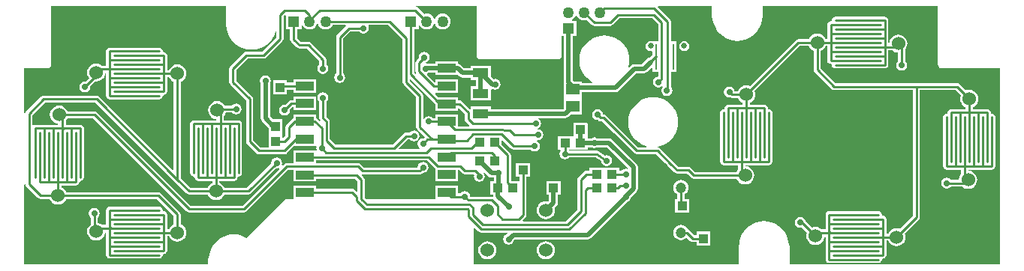
<source format=gtl>
%FSLAX25Y25*%
%MOIN*%
G70*
G01*
G75*
G04 Layer_Physical_Order=1*
G04 Layer_Color=255*
%ADD10C,0.05000*%
%ADD11R,0.03937X0.04331*%
%ADD12R,0.04331X0.03937*%
%ADD13R,0.07874X0.03937*%
%ADD14R,0.00984X0.11811*%
%ADD15R,0.07480X0.07480*%
%ADD16R,0.06890X0.04331*%
%ADD17R,0.06890X0.04331*%
%ADD18R,0.06890X0.13583*%
%ADD19R,0.05906X0.05118*%
%ADD20C,0.06000*%
%ADD21C,0.01969*%
%ADD22C,0.01000*%
%ADD23C,0.01181*%
%ADD24R,0.05000X0.04724*%
%ADD25C,0.02500*%
%ADD26R,0.05000X0.05000*%
%ADD27C,0.04724*%
%ADD28C,0.02756*%
G36*
X232500Y348684D02*
Y342500D01*
X234471D01*
Y338000D01*
X234471Y338000D01*
X234471D01*
X234587Y337415D01*
X234919Y336919D01*
X237419Y334419D01*
X237915Y334087D01*
X238012Y334068D01*
X238500Y333971D01*
X241866D01*
X247471Y328366D01*
Y326838D01*
X247286Y326714D01*
X246760Y325928D01*
X246575Y325000D01*
X246760Y324072D01*
X247286Y323286D01*
X248072Y322760D01*
X249000Y322575D01*
X249928Y322760D01*
X250714Y323286D01*
X251240Y324072D01*
X251425Y325000D01*
X251240Y325928D01*
X250714Y326714D01*
X250529Y326838D01*
Y329000D01*
X250413Y329585D01*
X250081Y330081D01*
X243581Y336581D01*
X243085Y336913D01*
X242500Y337029D01*
X239134D01*
X237529Y338633D01*
Y342500D01*
X239500D01*
Y344231D01*
X239990Y344329D01*
X240029Y344235D01*
X240590Y343504D01*
X241321Y342943D01*
X242173Y342590D01*
X243087Y342470D01*
X244000Y342590D01*
X244852Y342943D01*
X245583Y343504D01*
X246144Y344235D01*
X246380Y344805D01*
X246880D01*
X247116Y344235D01*
X247677Y343504D01*
X248408Y342943D01*
X249259Y342590D01*
X250173Y342470D01*
X251087Y342590D01*
X251938Y342943D01*
X252670Y343504D01*
X253231Y344235D01*
X253328Y344471D01*
X259154D01*
X259346Y344009D01*
X255419Y340081D01*
X255087Y339585D01*
X254971Y339000D01*
Y322838D01*
X254786Y322714D01*
X254260Y321928D01*
X254076Y321000D01*
X254260Y320072D01*
X254786Y319286D01*
X255572Y318760D01*
X256500Y318576D01*
X257428Y318760D01*
X258214Y319286D01*
X258740Y320072D01*
X258925Y321000D01*
X258740Y321928D01*
X258214Y322714D01*
X258029Y322838D01*
Y338367D01*
X261134Y341471D01*
X265162D01*
X265286Y341286D01*
X266072Y340760D01*
X267000Y340576D01*
X267928Y340760D01*
X268714Y341286D01*
X269240Y342072D01*
X269425Y343000D01*
X269240Y343928D01*
X269172Y344030D01*
X269408Y344471D01*
X277867D01*
X284471Y337866D01*
Y319000D01*
X284471Y319000D01*
X284471D01*
X284587Y318415D01*
X284919Y317919D01*
X290471Y312367D01*
Y299000D01*
X290471Y299000D01*
X290471D01*
X290587Y298415D01*
X290919Y297919D01*
X294310Y294527D01*
X294304Y294467D01*
X293718Y293881D01*
X293500Y293924D01*
X292572Y293740D01*
X291786Y293214D01*
X291260Y292428D01*
X291075Y291500D01*
X291260Y290572D01*
X291786Y289786D01*
X292007Y289638D01*
X291862Y289159D01*
X282976D01*
X282784Y289621D01*
X286633Y293471D01*
X287662D01*
X287786Y293286D01*
X288572Y292760D01*
X289500Y292576D01*
X290428Y292760D01*
X291214Y293286D01*
X291740Y294072D01*
X291925Y295000D01*
X291740Y295928D01*
X291214Y296714D01*
X290428Y297240D01*
X289500Y297425D01*
X288572Y297240D01*
X287786Y296714D01*
X287662Y296529D01*
X286000D01*
X285415Y296413D01*
X284919Y296081D01*
X279996Y291159D01*
X254503D01*
X252538Y293125D01*
X252029Y293634D01*
Y301500D01*
X251913Y302085D01*
X251581Y302581D01*
X250529Y303633D01*
Y310162D01*
X250714Y310286D01*
X251240Y311072D01*
X251425Y312000D01*
X251240Y312928D01*
X251192Y313000D01*
X250714Y313714D01*
Y313714D01*
X249928Y314240D01*
X249000Y314424D01*
X248072Y314240D01*
X247286Y313714D01*
X246760Y312928D01*
X246575Y312000D01*
X246760Y311072D01*
X247286Y310286D01*
X247471Y310162D01*
Y303000D01*
X247587Y302415D01*
X247859Y302007D01*
X247473Y301690D01*
X246546Y302617D01*
X246050Y302948D01*
X245945Y302969D01*
Y304504D01*
X236071D01*
Y302972D01*
X235950Y302948D01*
X235454Y302617D01*
X232919Y300081D01*
X232587Y299585D01*
X232471Y299000D01*
Y295133D01*
X231520Y294183D01*
X230968D01*
Y295819D01*
D01*
Y295819D01*
X230968Y295819D01*
Y296181D01*
X230968D01*
Y302512D01*
X226849D01*
X225523Y303838D01*
Y318248D01*
X225740Y318572D01*
X225924Y319500D01*
X225740Y320428D01*
X225214Y321214D01*
X224428Y321740D01*
X223500Y321924D01*
X222572Y321740D01*
X221786Y321214D01*
X221260Y320428D01*
X221076Y319500D01*
X221260Y318572D01*
X221477Y318248D01*
Y303000D01*
X221631Y302226D01*
X222069Y301569D01*
X225031Y298607D01*
Y296181D01*
X225031Y296181D01*
X225031Y295819D01*
X225031D01*
Y289955D01*
X221208D01*
X218029Y293133D01*
Y311500D01*
X217913Y312085D01*
X217581Y312581D01*
X210529Y319634D01*
Y324366D01*
X215634Y329471D01*
X222658D01*
X223244Y329587D01*
X223740Y329919D01*
X231081Y337260D01*
X231413Y337756D01*
X231529Y338342D01*
Y348366D01*
X232038Y348875D01*
X232500Y348684D01*
D02*
G37*
G36*
X299063Y309221D02*
Y306362D01*
X308937D01*
Y307247D01*
X309399Y307438D01*
X311971Y304867D01*
Y302500D01*
X312087Y301915D01*
X312419Y301419D01*
X314126Y299711D01*
X313935Y299249D01*
X308937D01*
Y304386D01*
X299063D01*
Y302947D01*
X297921D01*
X297797Y303132D01*
X297010Y303657D01*
X296083Y303842D01*
X295155Y303657D01*
X294368Y303132D01*
X294008Y302592D01*
X293529Y302738D01*
Y313000D01*
X293413Y313585D01*
X293081Y314081D01*
X287529Y319634D01*
Y320102D01*
X287991Y320293D01*
X299063Y309221D01*
D02*
G37*
G36*
X205951Y344488D02*
X206067Y343903D01*
X206326Y343516D01*
X206386Y342756D01*
X206791Y341066D01*
X207456Y339461D01*
X208364Y337979D01*
X209493Y336658D01*
X210814Y335529D01*
X212296Y334622D01*
X213901Y333957D01*
X215591Y333551D01*
X217323Y333415D01*
X219055Y333551D01*
X220745Y333957D01*
X222350Y334622D01*
X223832Y335529D01*
X225153Y336658D01*
X226281Y337979D01*
X227189Y339461D01*
X227854Y341066D01*
X227974Y341565D01*
X228471Y341506D01*
Y338975D01*
X222025Y332529D01*
X215000D01*
X214415Y332413D01*
X213919Y332081D01*
X207919Y326081D01*
X207587Y325585D01*
X207471Y325000D01*
Y319000D01*
X207471Y319000D01*
X207471D01*
X207587Y318415D01*
X207919Y317919D01*
X214971Y310866D01*
Y292500D01*
X214971Y292500D01*
X214971D01*
X215087Y291915D01*
X215419Y291419D01*
X219493Y287344D01*
X219989Y287012D01*
X220575Y286896D01*
X231925D01*
X232510Y287012D01*
X233007Y287344D01*
X236120Y290457D01*
X245872D01*
X246189Y290070D01*
X246076Y289500D01*
X246178Y288985D01*
X245861Y288598D01*
X236071D01*
Y283029D01*
X233000D01*
X232415Y282913D01*
X231919Y282581D01*
X231183Y281846D01*
X230742Y282081D01*
X230925Y283000D01*
X230740Y283928D01*
X230214Y284714D01*
X229428Y285240D01*
X228500Y285424D01*
X227572Y285240D01*
X226786Y284714D01*
X226260Y283928D01*
X226076Y283000D01*
X226119Y282782D01*
X215367Y272029D01*
X205271D01*
X205069Y272517D01*
X204428Y273353D01*
X203592Y273994D01*
X203104Y274196D01*
Y274971D01*
X209575D01*
X210160Y275087D01*
X210656Y275419D01*
X210988Y275915D01*
X211104Y276500D01*
Y276670D01*
X211491Y276987D01*
X211575Y276971D01*
X212160Y277087D01*
X212656Y277419D01*
X212988Y277915D01*
X213104Y278500D01*
Y300500D01*
X212988Y301085D01*
X212656Y301581D01*
X212160Y301913D01*
X211575Y302029D01*
X205104D01*
Y303877D01*
X205569Y304483D01*
X205972Y305456D01*
X205974Y305471D01*
X208662D01*
X208786Y305286D01*
X209572Y304760D01*
X210500Y304575D01*
X211428Y304760D01*
X212214Y305286D01*
X212740Y306072D01*
X212925Y307000D01*
X212740Y307928D01*
X212214Y308714D01*
X211428Y309240D01*
X210500Y309424D01*
X209572Y309240D01*
X208786Y308714D01*
X208662Y308529D01*
X205559D01*
X204928Y309353D01*
X204092Y309994D01*
X203119Y310397D01*
X202075Y310535D01*
X201031Y310397D01*
X200058Y309994D01*
X199222Y309353D01*
X198581Y308517D01*
X198178Y307544D01*
X198040Y306500D01*
X198178Y305456D01*
X198581Y304483D01*
X199222Y303647D01*
X200058Y303006D01*
X201031Y302603D01*
X201597Y302528D01*
X201565Y302029D01*
X191575D01*
X190989Y301913D01*
X190493Y301581D01*
X190162Y301085D01*
X190045Y300500D01*
Y278500D01*
X190162Y277915D01*
X190493Y277419D01*
X190989Y277087D01*
X191575Y276971D01*
X191659Y276987D01*
X192045Y276670D01*
D01*
X192045Y276500D01*
X192045Y276500D01*
X192045D01*
X192162Y275915D01*
X192493Y275419D01*
X192990Y275087D01*
X193575Y274971D01*
X200045D01*
Y274196D01*
X199557Y273994D01*
X198722Y273353D01*
X198081Y272517D01*
X197879Y272029D01*
X190134D01*
X185880Y276283D01*
Y319139D01*
X186368Y319341D01*
X187203Y319982D01*
X187844Y320817D01*
X188247Y321790D01*
X188385Y322835D01*
X188247Y323879D01*
X187844Y324852D01*
X187203Y325687D01*
X186368Y326329D01*
X185395Y326732D01*
X184350Y326869D01*
X183306Y326732D01*
X182333Y326329D01*
X181498Y325687D01*
X180856Y324852D01*
X180654Y324364D01*
X179880D01*
Y326835D01*
Y330835D01*
X179763Y331420D01*
X179432Y331916D01*
X178936Y332248D01*
X178350Y332364D01*
X178180D01*
X177863Y332751D01*
X177880Y332835D01*
X177763Y333420D01*
X177432Y333916D01*
X176936Y334248D01*
X176350Y334364D01*
X154350D01*
X153765Y334248D01*
X153269Y333916D01*
X152937Y333420D01*
X152821Y332835D01*
Y328835D01*
Y326364D01*
X150973D01*
X150368Y326829D01*
X149395Y327232D01*
X148350Y327369D01*
X147306Y327232D01*
X146333Y326829D01*
X145498Y326187D01*
X144856Y325352D01*
X144453Y324379D01*
X144316Y323335D01*
X144453Y322290D01*
X144856Y321317D01*
X145203Y320866D01*
X143553Y319216D01*
X143335Y319259D01*
X142407Y319075D01*
X141620Y318549D01*
X141095Y317762D01*
X140910Y316835D01*
X141095Y315907D01*
X141620Y315120D01*
X142407Y314595D01*
X143335Y314410D01*
X144262Y314595D01*
X145049Y315120D01*
X145575Y315907D01*
X145759Y316835D01*
X145716Y317053D01*
X148008Y319345D01*
X148350Y319300D01*
X149395Y319438D01*
X150368Y319841D01*
X151203Y320482D01*
X151844Y321317D01*
X152247Y322290D01*
X152319Y322835D01*
X152668D01*
X152821Y322825D01*
Y317835D01*
Y316835D01*
Y312835D01*
X152821Y312835D01*
X152821D01*
X152937Y312249D01*
X153269Y311753D01*
X153765Y311422D01*
X154350Y311305D01*
X176350D01*
X176936Y311422D01*
X177432Y311753D01*
X177763Y312249D01*
X177880Y312835D01*
X177863Y312919D01*
X178180Y313305D01*
X178350D01*
X178936Y313422D01*
X179432Y313753D01*
X179763Y314249D01*
X179880Y314835D01*
Y318835D01*
Y321305D01*
X180654D01*
X180856Y320817D01*
X181498Y319982D01*
X182333Y319341D01*
X182821Y319139D01*
Y279995D01*
X182359Y279804D01*
X149581Y312581D01*
X149085Y312913D01*
X148500Y313029D01*
X125000D01*
X124415Y312913D01*
X123919Y312581D01*
X117419Y306081D01*
X117087Y305585D01*
X116988Y305085D01*
X116490Y305135D01*
Y325242D01*
X126772D01*
X127357Y325359D01*
X127853Y325690D01*
X128185Y326186D01*
X128301Y326772D01*
Y352801D01*
X205951D01*
Y344488D01*
D02*
G37*
G36*
X183269Y274568D02*
X188419Y269419D01*
X188419Y269419D01*
X188915Y269087D01*
X189500Y268971D01*
X197879D01*
X198081Y268483D01*
X198722Y267647D01*
X199557Y267006D01*
X200531Y266603D01*
X201575Y266465D01*
X202619Y266603D01*
X203592Y267006D01*
X204428Y267647D01*
X205069Y268483D01*
X205271Y268971D01*
X216000D01*
X216585Y269087D01*
X217081Y269419D01*
X228282Y280619D01*
X228500Y280575D01*
X229419Y280758D01*
X229654Y280317D01*
X213367Y264029D01*
X190134D01*
X187163Y267000D01*
X148581Y305581D01*
X148085Y305913D01*
X147500Y306029D01*
X135547D01*
X135344Y306517D01*
X134703Y307353D01*
X133868Y307994D01*
X132895Y308397D01*
X131850Y308535D01*
X130806Y308397D01*
X129833Y307994D01*
X128998Y307353D01*
X128356Y306517D01*
X127953Y305544D01*
X127816Y304500D01*
X127953Y303456D01*
X128356Y302483D01*
X128998Y301647D01*
X129833Y301006D01*
X130806Y300603D01*
X131373Y300528D01*
X131340Y300029D01*
X121350D01*
X120765Y299913D01*
X120470Y299716D01*
X120029Y299952D01*
Y304366D01*
X125634Y309971D01*
X147866D01*
X183269Y274568D01*
D02*
G37*
G36*
X188419Y261419D02*
X188915Y261087D01*
X189500Y260971D01*
X214000D01*
X214585Y261087D01*
X215081Y261419D01*
X221125Y267462D01*
X233633Y279971D01*
X236071D01*
Y274709D01*
X245945D01*
Y275971D01*
X263367D01*
X264471Y274867D01*
Y270346D01*
X264009Y270154D01*
X263081Y271081D01*
X262585Y271413D01*
X262000Y271529D01*
X245945D01*
Y272850D01*
X236071D01*
Y267000D01*
X232500D01*
X215126Y249626D01*
X214476Y250024D01*
X212871Y250689D01*
X211181Y251095D01*
X209449Y251231D01*
X207716Y251095D01*
X206027Y250689D01*
X204422Y250024D01*
X202940Y249116D01*
X201619Y247988D01*
X200490Y246666D01*
X199582Y245185D01*
X198917Y243579D01*
X198512Y241890D01*
X198452Y241129D01*
X198193Y240743D01*
X198077Y240157D01*
Y237750D01*
X116490D01*
Y273365D01*
X116988Y273414D01*
X117087Y272915D01*
X117419Y272419D01*
X122419Y267419D01*
X122915Y267087D01*
X123500Y266971D01*
X127654D01*
X127856Y266483D01*
X128498Y265647D01*
X129333Y265006D01*
X130306Y264603D01*
X131350Y264465D01*
X132395Y264603D01*
X133368Y265006D01*
X134203Y265647D01*
X134844Y266483D01*
X135047Y266971D01*
X175366D01*
X182821Y259516D01*
Y255665D01*
X182333Y255463D01*
X181498Y254821D01*
X180856Y253986D01*
X180654Y253498D01*
X179880D01*
Y255969D01*
X179880Y255969D01*
X179880Y255969D01*
Y255969D01*
Y259969D01*
X179763Y260554D01*
X179432Y261050D01*
X178936Y261382D01*
X178350Y261498D01*
X178180D01*
X177863Y261884D01*
X177880Y261969D01*
X177763Y262554D01*
X177432Y263050D01*
X176936Y263382D01*
X176350Y263498D01*
X154350D01*
X153765Y263382D01*
X153269Y263050D01*
X152937Y262554D01*
X152821Y261969D01*
Y257969D01*
X152821Y257969D01*
X152821D01*
Y255498D01*
X150973D01*
X150368Y255963D01*
X149395Y256366D01*
X149029Y256414D01*
Y258662D01*
X149214Y258786D01*
X149740Y259572D01*
X149925Y260500D01*
X149740Y261428D01*
X149214Y262214D01*
X148428Y262740D01*
X147500Y262925D01*
X146572Y262740D01*
X145786Y262214D01*
X145260Y261428D01*
X145076Y260500D01*
X145260Y259572D01*
X145786Y258786D01*
X145971Y258662D01*
Y255684D01*
X145498Y255321D01*
X144856Y254486D01*
X144453Y253513D01*
X144316Y252469D01*
X144453Y251424D01*
X144856Y250451D01*
X145498Y249616D01*
X146333Y248975D01*
X147306Y248571D01*
X148350Y248434D01*
X149395Y248571D01*
X150368Y248975D01*
X151203Y249616D01*
X151844Y250451D01*
X152247Y251424D01*
X152319Y251969D01*
X152668D01*
X152821Y251959D01*
Y246969D01*
Y245969D01*
Y241969D01*
X152937Y241383D01*
X153269Y240887D01*
X153765Y240556D01*
X154350Y240439D01*
X176350D01*
X176936Y240556D01*
X177432Y240887D01*
X177763Y241383D01*
X177880Y241969D01*
X177863Y242053D01*
X178180Y242439D01*
X178350D01*
X178936Y242556D01*
X179432Y242887D01*
X179763Y243383D01*
X179880Y243969D01*
Y247969D01*
Y250439D01*
X180654D01*
X180856Y249951D01*
X181498Y249116D01*
X182333Y248475D01*
X183306Y248072D01*
X184350Y247934D01*
X185395Y248072D01*
X186368Y248475D01*
X187203Y249116D01*
X187844Y249951D01*
X188247Y250924D01*
X188385Y251969D01*
X188247Y253013D01*
X187844Y253986D01*
X187203Y254821D01*
X186368Y255463D01*
X185880Y255665D01*
Y260150D01*
X185783Y260638D01*
X185763Y260735D01*
X185432Y261231D01*
X179631Y267032D01*
X177081Y269581D01*
X176585Y269913D01*
X176000Y270029D01*
X135047D01*
X134844Y270517D01*
X134203Y271353D01*
X133368Y271994D01*
X132880Y272196D01*
Y272971D01*
X139350D01*
X139936Y273087D01*
X140432Y273419D01*
X140763Y273915D01*
X140880Y274500D01*
Y274670D01*
X141266Y274987D01*
X141350Y274971D01*
X141936Y275087D01*
X142432Y275419D01*
X142763Y275915D01*
X142880Y276500D01*
Y298500D01*
X142763Y299085D01*
X142432Y299581D01*
X141936Y299913D01*
X141350Y300029D01*
X134880D01*
Y301877D01*
X135344Y302483D01*
X135547Y302971D01*
X146867D01*
X188419Y261419D01*
D02*
G37*
G36*
X298919Y280419D02*
X299063Y280322D01*
Y274787D01*
X308937D01*
Y279747D01*
X309399Y279938D01*
X310919Y278419D01*
X310919D01*
X310919Y278419D01*
X310919Y278418D01*
Y278419D01*
X311415Y278087D01*
X312000Y277971D01*
X315866D01*
X316202Y277635D01*
X316075Y277000D01*
X316260Y276072D01*
X316786Y275286D01*
X317572Y274760D01*
X318500Y274575D01*
X319428Y274760D01*
X320214Y275286D01*
X320740Y276072D01*
X320924Y277000D01*
X320740Y277928D01*
X320390Y278451D01*
X320777Y278769D01*
X322476Y277069D01*
X322476D01*
X322476Y277069D01*
X322476Y277069D01*
Y277069D01*
X323132Y276631D01*
X323906Y276477D01*
X324977D01*
Y274969D01*
X323488D01*
Y269032D01*
X324630D01*
Y268346D01*
X324634Y268327D01*
X324281Y267973D01*
X324000Y268029D01*
X314419D01*
X314240Y268928D01*
X313714Y269714D01*
X312928Y270240D01*
X312000Y270425D01*
X311072Y270240D01*
X310286Y269714D01*
X310162Y269529D01*
X308937D01*
Y272969D01*
X299063D01*
Y267032D01*
D01*
Y267032D01*
X299031Y267000D01*
X268163D01*
X267529Y267634D01*
Y275500D01*
X267413Y276085D01*
X267081Y276581D01*
X266228Y277435D01*
X266463Y277876D01*
X266627Y277844D01*
X291873D01*
X292458Y277960D01*
X292954Y278292D01*
X292954Y278292D01*
X292954Y278292D01*
X293282Y278619D01*
X293500Y278575D01*
X294428Y278760D01*
X295214Y279286D01*
X295740Y280072D01*
X295924Y281000D01*
X295740Y281928D01*
X295214Y282714D01*
X294428Y283240D01*
X293500Y283424D01*
X292572Y283240D01*
X291786Y282714D01*
X291260Y281928D01*
X291075Y281000D01*
X290995Y280902D01*
X267261D01*
X265581Y282581D01*
X265085Y282913D01*
X264500Y283029D01*
X245945D01*
Y284101D01*
X295236D01*
X298919Y280419D01*
D02*
G37*
G36*
X361943Y348235D02*
X362504Y347504D01*
X363235Y346943D01*
X364086Y346590D01*
X365000Y346470D01*
X365914Y346590D01*
X366149Y346688D01*
X368419Y344419D01*
X368915Y344087D01*
X369500Y343971D01*
X376500D01*
X377085Y344087D01*
X377581Y344419D01*
X377581Y344419D01*
X377581Y344419D01*
X380633Y347471D01*
X395367D01*
X397912Y344925D01*
Y337221D01*
X395390D01*
Y337221D01*
X395362Y337197D01*
X394520Y337365D01*
X393642Y337190D01*
X392898Y336693D01*
X392400Y335949D01*
X392226Y335071D01*
X392400Y334193D01*
X392898Y333449D01*
X393642Y332951D01*
X394520Y332777D01*
X395003Y332873D01*
X395390Y332556D01*
Y331116D01*
X394230Y329956D01*
X393793Y329869D01*
X393136Y329431D01*
X390729Y327023D01*
X387362D01*
X386588Y326869D01*
X385931Y326431D01*
X385113Y325612D01*
X384677Y325856D01*
X384953Y327008D01*
X385089Y328740D01*
X384953Y330472D01*
X384547Y332162D01*
X383882Y333767D01*
X382974Y335249D01*
X381846Y336570D01*
X380525Y337699D01*
X379043Y338607D01*
X377438Y339272D01*
X375748Y339677D01*
X374016Y339814D01*
X372284Y339677D01*
X370594Y339272D01*
X368988Y338607D01*
X367507Y337699D01*
X366186Y336570D01*
X365057Y335249D01*
X364149Y333767D01*
X363484Y332162D01*
X363079Y330472D01*
X362942Y328740D01*
X363079Y327008D01*
X363484Y325318D01*
X364149Y323713D01*
X365057Y322231D01*
X366186Y320910D01*
X367507Y319781D01*
X368775Y319004D01*
X368639Y318523D01*
X363953D01*
Y319299D01*
X360483D01*
X360023Y319759D01*
Y339638D01*
X361500D01*
Y346362D01*
X359645D01*
X359547Y346853D01*
X359765Y346943D01*
X360496Y347504D01*
X361057Y348235D01*
X361250Y348700D01*
X361750D01*
X361943Y348235D01*
D02*
G37*
G36*
X522093Y326772D02*
X522209Y326186D01*
X522541Y325690D01*
X523037Y325359D01*
X523622Y325242D01*
X549652D01*
Y267000D01*
Y237750D01*
X456254D01*
Y246063D01*
X456137Y246648D01*
X455879Y247035D01*
X455819Y247795D01*
X455413Y249485D01*
X454748Y251090D01*
X453840Y252572D01*
X452712Y253893D01*
X451391Y255022D01*
X449909Y255930D01*
X448304Y256594D01*
X446614Y257000D01*
X444882Y257137D01*
X443150Y257000D01*
X441460Y256594D01*
X439855Y255930D01*
X438373Y255022D01*
X437052Y253893D01*
X435923Y252572D01*
X435015Y251090D01*
X434350Y249485D01*
X433945Y247795D01*
X433885Y247035D01*
X433626Y246648D01*
X433510Y246063D01*
Y237750D01*
X316000D01*
Y253855D01*
X316462Y254047D01*
X318090Y252419D01*
X318586Y252087D01*
X319172Y251971D01*
X330956D01*
X331056Y251730D01*
X330820Y251289D01*
X330572Y251240D01*
X329786Y250714D01*
X329260Y249928D01*
X329076Y249000D01*
X329260Y248072D01*
X329786Y247286D01*
X330572Y246760D01*
X331500Y246575D01*
X332428Y246760D01*
X333214Y247286D01*
X333740Y248072D01*
X333816Y248455D01*
X334354Y248993D01*
X366516D01*
X367290Y249147D01*
X367946Y249585D01*
X384045Y265684D01*
X384428Y265760D01*
X385214Y266286D01*
X385740Y267072D01*
X385877Y267761D01*
X388293Y270177D01*
D01*
D01*
D01*
X388731Y270833D01*
X388885Y271607D01*
Y273088D01*
Y281168D01*
X388731Y281943D01*
X388293Y282599D01*
X377461Y293431D01*
X376805Y293869D01*
X376030Y294023D01*
X370752D01*
X370428Y294240D01*
X369500Y294425D01*
X368572Y294240D01*
X368248Y294023D01*
X366512D01*
Y294969D01*
D01*
Y294969D01*
X366512Y294969D01*
Y295031D01*
X366512D01*
Y300969D01*
X360181D01*
Y295031D01*
D01*
Y295031D01*
X360118Y294969D01*
X359819D01*
Y294969D01*
X353488D01*
Y289032D01*
X354467D01*
X354703Y288591D01*
X354260Y287928D01*
X354076Y287000D01*
X354260Y286072D01*
X354786Y285286D01*
X355572Y284760D01*
X356500Y284576D01*
X357428Y284760D01*
X358214Y285286D01*
X358338Y285471D01*
X370037D01*
X372626Y283744D01*
X372760Y283072D01*
X373286Y282286D01*
X374072Y281760D01*
X375000Y281575D01*
X375928Y281760D01*
X376714Y282286D01*
X377240Y283072D01*
X377425Y284000D01*
X377240Y284928D01*
X376714Y285714D01*
X375928Y286240D01*
X375000Y286424D01*
X374323Y286290D01*
X371348Y288273D01*
X371210Y288330D01*
X371085Y288413D01*
X370937Y288442D01*
X370797Y288500D01*
X370647Y288500D01*
X370500Y288529D01*
X358338D01*
X358214Y288714D01*
X358029Y288838D01*
Y289032D01*
X359819D01*
Y289032D01*
X359819D01*
X359819Y289032D01*
X360181D01*
Y289032D01*
X366512D01*
Y289977D01*
X368248D01*
X368572Y289760D01*
X369500Y289576D01*
X370428Y289760D01*
X370752Y289977D01*
X375192D01*
X384445Y280724D01*
X384209Y280283D01*
X383500Y280424D01*
X382572Y280240D01*
X381786Y279714D01*
X381662Y279529D01*
X380512D01*
Y280968D01*
X374181D01*
D01*
D01*
X374181Y280968D01*
X373819D01*
Y280968D01*
X367488D01*
Y279529D01*
X366000D01*
X365512Y279432D01*
X365415Y279413D01*
X364919Y279081D01*
X362419Y276581D01*
X362087Y276085D01*
X361971Y275500D01*
Y267000D01*
Y262134D01*
X356867Y257029D01*
X337846D01*
X337654Y257491D01*
X338993Y258830D01*
X339325Y259327D01*
X339441Y259912D01*
Y267000D01*
Y272689D01*
Y277031D01*
X341077D01*
Y282968D01*
X334747D01*
Y277031D01*
X336383D01*
Y274969D01*
X332541D01*
X332529Y274980D01*
Y286532D01*
X332432Y287021D01*
X332413Y287118D01*
X332081Y287614D01*
X328447Y291249D01*
Y292737D01*
X328908Y292929D01*
X332419Y289419D01*
X332419D01*
X332419Y289419D01*
X332419Y289419D01*
Y289419D01*
X332915Y289087D01*
X333500Y288971D01*
X341162D01*
X341286Y288786D01*
X342072Y288260D01*
X343000Y288075D01*
X343928Y288260D01*
X344714Y288786D01*
X345240Y289572D01*
X345425Y290500D01*
X345240Y291428D01*
X344714Y292214D01*
X344036Y292668D01*
X344227Y293130D01*
X344500Y293075D01*
X345428Y293260D01*
X346214Y293786D01*
X346740Y294572D01*
X346924Y295500D01*
X346740Y296428D01*
X346214Y297214D01*
X345428Y297740D01*
X344500Y297924D01*
X344495Y297923D01*
X344428Y298260D01*
X345214Y298786D01*
X345740Y299572D01*
X345924Y300500D01*
X345740Y301428D01*
X345214Y302214D01*
X344428Y302740D01*
X344446Y302922D01*
X356685D01*
X357459Y303076D01*
X358116Y303514D01*
X359302Y304701D01*
X363953D01*
Y311819D01*
D01*
Y311819D01*
X363953Y311819D01*
Y312181D01*
X363953D01*
Y314477D01*
X378862D01*
X379636Y314631D01*
X380292Y315069D01*
X388200Y322977D01*
X391567D01*
X392341Y323131D01*
X392998Y323569D01*
X394928Y325500D01*
X395390Y325308D01*
Y323410D01*
X397912D01*
Y321407D01*
X397072Y321240D01*
X396286Y320714D01*
X395760Y319928D01*
X395575Y319000D01*
X395760Y318072D01*
X396286Y317286D01*
X397072Y316760D01*
X398000Y316576D01*
X398928Y316760D01*
X399617Y317220D01*
X399970Y316867D01*
X399510Y316178D01*
X399325Y315250D01*
X399510Y314322D01*
X400036Y313536D01*
X400822Y313010D01*
X401750Y312825D01*
X402678Y313010D01*
X403464Y313536D01*
X403990Y314322D01*
X404175Y315250D01*
X403990Y316178D01*
X403529Y316867D01*
Y323410D01*
X406051D01*
Y337221D01*
X403529D01*
Y346000D01*
X403413Y346585D01*
X403081Y347081D01*
X397823Y352340D01*
X398015Y352801D01*
X421699D01*
Y348425D01*
X421815Y347840D01*
X422074Y347453D01*
X422134Y346693D01*
X422539Y345003D01*
X423204Y343398D01*
X424112Y341916D01*
X425241Y340595D01*
X426562Y339467D01*
X428044Y338559D01*
X429649Y337894D01*
X431339Y337488D01*
X433071Y337352D01*
X434803Y337488D01*
X436493Y337894D01*
X438098Y338559D01*
X439580Y339467D01*
X440901Y340595D01*
X442029Y341916D01*
X442937Y343398D01*
X443602Y345003D01*
X444008Y346693D01*
X444068Y347453D01*
X444326Y347840D01*
X444443Y348425D01*
Y352801D01*
X522093D01*
Y326772D01*
D02*
G37*
G36*
X317368Y330709D02*
X317368Y330709D01*
X317368D01*
X317485Y330123D01*
X317816Y329627D01*
X318312Y329296D01*
X318898Y329179D01*
X353543D01*
X354129Y329296D01*
X354625Y329627D01*
X354956Y330123D01*
X355073Y330709D01*
Y339638D01*
X355977D01*
Y318921D01*
X356047Y318568D01*
Y312181D01*
X356047Y312181D01*
X356047Y311819D01*
X356047D01*
Y307168D01*
X355847Y306968D01*
X323551D01*
Y308110D01*
X314661D01*
Y307155D01*
X314199Y306963D01*
X310751Y310412D01*
X310255Y310744D01*
X309669Y310860D01*
X308937D01*
Y312299D01*
X300311D01*
X298988Y313622D01*
X298988Y314122D01*
X299063Y314197D01*
D01*
X299063Y314197D01*
X308937D01*
Y320134D01*
X299063D01*
Y319183D01*
X298601Y318992D01*
X295289Y322304D01*
X295428Y322760D01*
X295870Y323056D01*
X299063D01*
Y322110D01*
X308937D01*
X308937Y322110D01*
Y322110D01*
X309002Y322137D01*
X309514Y321624D01*
X310171Y321186D01*
X310945Y321032D01*
X314661D01*
Y319890D01*
X317083D01*
Y317165D01*
X314661D01*
Y310835D01*
X323551D01*
Y315704D01*
X323938Y316021D01*
X324161Y315977D01*
X324248D01*
X324572Y315760D01*
X325500Y315576D01*
X326428Y315760D01*
X327214Y316286D01*
X327740Y317072D01*
X327924Y318000D01*
X327740Y318928D01*
X327214Y319714D01*
X326428Y320240D01*
X325500Y320425D01*
X324747Y320275D01*
X323551Y321471D01*
Y326220D01*
X314661D01*
Y325078D01*
X311783D01*
X310352Y326509D01*
X309695Y326948D01*
X308937Y327099D01*
Y328047D01*
X299063D01*
Y327102D01*
X295635D01*
X295428Y327240D01*
X294500Y327425D01*
X294693Y327713D01*
X294928Y327760D01*
X295714Y328286D01*
X296240Y329072D01*
X296425Y330000D01*
X296240Y330928D01*
X295714Y331714D01*
X294928Y332240D01*
X294000Y332424D01*
X293072Y332240D01*
X292286Y331714D01*
X291760Y330928D01*
X291576Y330000D01*
X291619Y329782D01*
X290541Y328703D01*
X290209Y328207D01*
X290093Y327622D01*
Y323808D01*
X290093Y323808D01*
X290093D01*
X290209Y323223D01*
X290446Y322867D01*
X290060Y322550D01*
X289529Y323081D01*
Y342500D01*
X291500D01*
Y344231D01*
X291990Y344329D01*
X292029Y344235D01*
X292590Y343504D01*
X293321Y342943D01*
X294173Y342590D01*
X295087Y342470D01*
X296000Y342590D01*
X296852Y342943D01*
X297583Y343504D01*
X298144Y344235D01*
X298380Y344805D01*
X298880D01*
X299116Y344235D01*
X299677Y343504D01*
X300408Y342943D01*
X301259Y342590D01*
X302173Y342470D01*
X303087Y342590D01*
X303938Y342943D01*
X304669Y343504D01*
X305230Y344235D01*
X305583Y345086D01*
X305703Y346000D01*
X305583Y346914D01*
X305230Y347765D01*
X304669Y348496D01*
X303938Y349057D01*
X303087Y349410D01*
X302173Y349530D01*
X301259Y349410D01*
X300408Y349057D01*
X299677Y348496D01*
X299116Y347765D01*
X298880Y347195D01*
X298380D01*
X298144Y347765D01*
X297583Y348496D01*
X296852Y349057D01*
X296000Y349410D01*
X295087Y349530D01*
X294173Y349410D01*
X293962Y349322D01*
X291203Y352081D01*
X290707Y352413D01*
X290121Y352529D01*
X290393Y352801D01*
X317368D01*
Y330709D01*
D02*
G37*
%LPC*%
G36*
X408000Y275391D02*
X407122Y275276D01*
X406304Y274937D01*
X405602Y274398D01*
X405063Y273696D01*
X404724Y272878D01*
X404609Y272000D01*
X404724Y271122D01*
X405063Y270304D01*
X405602Y269602D01*
X406304Y269063D01*
X406471Y268994D01*
Y267000D01*
Y266968D01*
X405488D01*
Y261032D01*
X411819D01*
Y266968D01*
X409529D01*
Y267000D01*
Y268994D01*
X409696Y269063D01*
X410398Y269602D01*
X410937Y270304D01*
X411276Y271122D01*
X411391Y272000D01*
X411276Y272878D01*
Y272878D01*
X410937Y273696D01*
X410398Y274398D01*
X409696Y274937D01*
X408878Y275276D01*
X408000Y275391D01*
D02*
G37*
G36*
X322016Y248121D02*
X320972Y247984D01*
X319999Y247581D01*
X319163Y246939D01*
X318522Y246104D01*
X318119Y245131D01*
X317981Y244087D01*
X318119Y243042D01*
X318522Y242069D01*
X319163Y241234D01*
X319999Y240593D01*
X320972Y240190D01*
X322016Y240052D01*
X323060Y240190D01*
X324033Y240593D01*
X324869Y241234D01*
X325510Y242069D01*
X325913Y243042D01*
X326050Y244087D01*
X325913Y245131D01*
X325510Y246104D01*
X324869Y246939D01*
X324033Y247581D01*
X323060Y247984D01*
X322016Y248121D01*
D02*
G37*
G36*
X408000Y255391D02*
X407122Y255276D01*
X406304Y254937D01*
X405602Y254398D01*
X405063Y253696D01*
X404724Y252878D01*
X404609Y252000D01*
X404724Y251122D01*
X405063Y250304D01*
X405602Y249602D01*
X406304Y249063D01*
X407122Y248724D01*
X408000Y248609D01*
X408878Y248724D01*
X409696Y249063D01*
X410398Y249602D01*
X410714Y249623D01*
X412111Y248226D01*
X412607Y247894D01*
X412705Y247875D01*
X413193Y247778D01*
X415031D01*
Y246142D01*
X420968D01*
Y252473D01*
X415031D01*
Y250837D01*
X413826D01*
X411581Y253081D01*
X411085Y253413D01*
X411051Y253420D01*
X410937Y253696D01*
X410398Y254398D01*
X409696Y254937D01*
X408878Y255276D01*
X408000Y255391D01*
D02*
G37*
G36*
X348000Y248121D02*
X346956Y247984D01*
X345983Y247581D01*
X345147Y246939D01*
X344506Y246104D01*
X344103Y245131D01*
X343966Y244087D01*
X344103Y243042D01*
X344506Y242069D01*
X345147Y241234D01*
X345983Y240593D01*
X346956Y240190D01*
X348000Y240052D01*
X349044Y240190D01*
X350017Y240593D01*
X350853Y241234D01*
X351494Y242069D01*
X351897Y243042D01*
X352034Y244087D01*
X351897Y245131D01*
X351494Y246104D01*
X350853Y246939D01*
X350017Y247581D01*
X349044Y247984D01*
X348000Y248121D01*
D02*
G37*
G36*
X245945Y320173D02*
X236071D01*
Y318734D01*
X232968D01*
Y319819D01*
X227031D01*
Y313488D01*
X232968D01*
Y315675D01*
X236071D01*
Y314236D01*
X245945D01*
Y320173D01*
D02*
G37*
G36*
Y312457D02*
X236071D01*
Y311018D01*
X234988D01*
X234403Y310901D01*
X233907Y310570D01*
X232218Y308881D01*
X232000Y308925D01*
X231072Y308740D01*
X230286Y308214D01*
X229760Y307428D01*
X229575Y306500D01*
X229760Y305572D01*
X230286Y304786D01*
X231072Y304260D01*
X232000Y304076D01*
X232928Y304260D01*
X233714Y304786D01*
X234240Y305572D01*
X234424Y306500D01*
X234381Y306718D01*
X235609Y307946D01*
X236071Y307755D01*
Y306520D01*
X245945D01*
Y312457D01*
D02*
G37*
G36*
X409480Y337365D02*
X408603Y337190D01*
X407858Y336693D01*
X407361Y335949D01*
X407186Y335071D01*
X407361Y334193D01*
X407858Y333449D01*
X408603Y332951D01*
X409480Y332777D01*
X410358Y332951D01*
X411103Y333449D01*
X411600Y334193D01*
X411774Y335071D01*
X411600Y335949D01*
X411103Y336693D01*
X410358Y337190D01*
X409480Y337365D01*
D02*
G37*
G36*
X354512Y274969D02*
X348181D01*
Y269032D01*
X349323D01*
Y267000D01*
Y266240D01*
X348947Y265910D01*
X348000Y266035D01*
X346956Y265897D01*
X345983Y265494D01*
X345147Y264853D01*
X344506Y264017D01*
X344103Y263044D01*
X343966Y262000D01*
X344103Y260956D01*
X344506Y259983D01*
X345147Y259147D01*
X345983Y258506D01*
X346956Y258103D01*
X348000Y257965D01*
X349044Y258103D01*
X350017Y258506D01*
X350853Y259147D01*
X351494Y259983D01*
X351897Y260956D01*
X352034Y262000D01*
X351898Y263037D01*
X352777Y263916D01*
X353216Y264572D01*
X353369Y265346D01*
Y267000D01*
Y269032D01*
X354512D01*
Y272811D01*
Y274969D01*
D02*
G37*
G36*
X498500Y348144D02*
X476500D01*
X475915Y348027D01*
X475419Y347696D01*
X475087Y347200D01*
X474971Y346614D01*
X474987Y346530D01*
X474670Y346144D01*
X474500D01*
X473915Y346027D01*
X473419Y345696D01*
X473087Y345199D01*
X472971Y344614D01*
Y340614D01*
X472971Y340614D01*
X472971D01*
Y338144D01*
X472196D01*
X471994Y338632D01*
X471353Y339467D01*
X470517Y340108D01*
X469544Y340511D01*
X468500Y340649D01*
X467456Y340511D01*
X466483Y340108D01*
X465647Y339467D01*
X465006Y338632D01*
X464804Y338144D01*
X460122D01*
X459537Y338027D01*
X459041Y337696D01*
X438540Y317195D01*
X438052Y317397D01*
X437008Y317534D01*
X435964Y317397D01*
X434991Y316994D01*
X434155Y316353D01*
X433514Y315517D01*
X433312Y315029D01*
X431819D01*
X431740Y315428D01*
X431214Y316214D01*
X430428Y316740D01*
X429500Y316925D01*
X428572Y316740D01*
X427786Y316214D01*
X427260Y315428D01*
X427075Y314500D01*
X427260Y313572D01*
X427786Y312786D01*
X428572Y312260D01*
X429500Y312075D01*
X429833Y312142D01*
X429915Y312087D01*
X430500Y311971D01*
X433312D01*
X433514Y311483D01*
X434155Y310647D01*
X434991Y310006D01*
X435478Y309804D01*
Y309029D01*
X429008D01*
X428422Y308913D01*
X427926Y308581D01*
X427595Y308085D01*
X427478Y307500D01*
Y307330D01*
X427092Y307013D01*
X427008Y307029D01*
X426423Y306913D01*
X425926Y306581D01*
X425595Y306085D01*
X425478Y305500D01*
Y283500D01*
X425595Y282915D01*
X425926Y282419D01*
X426423Y282087D01*
X427008Y281971D01*
X433478D01*
Y280123D01*
X433014Y279517D01*
X432812Y279029D01*
X414147D01*
X412296Y280880D01*
X411800Y281212D01*
X411215Y281328D01*
X406835D01*
X404600Y283562D01*
X404459Y283773D01*
X398652Y289581D01*
X398155Y289913D01*
X397570Y290029D01*
Y290284D01*
X399091Y290650D01*
X400697Y291315D01*
X402178Y292222D01*
X403499Y293351D01*
X404628Y294672D01*
X405536Y296154D01*
X406201Y297759D01*
X406606Y299449D01*
X406743Y301181D01*
X406606Y302913D01*
X406201Y304603D01*
X405536Y306208D01*
X404628Y307690D01*
X403499Y309011D01*
X402178Y310140D01*
X400697Y311048D01*
X399091Y311713D01*
X397402Y312118D01*
X395669Y312255D01*
X393937Y312118D01*
X392247Y311713D01*
X390642Y311048D01*
X389160Y310140D01*
X387839Y309011D01*
X386711Y307690D01*
X385803Y306208D01*
X385138Y304603D01*
X384732Y302913D01*
X384596Y301181D01*
X384732Y299449D01*
X385138Y297759D01*
X385803Y296154D01*
X386711Y294672D01*
X387839Y293351D01*
X389160Y292222D01*
X390642Y291315D01*
X392247Y290650D01*
X392762Y290526D01*
X392704Y290029D01*
X388846D01*
X374688Y304188D01*
X374192Y304519D01*
X373606Y304636D01*
X373398D01*
X373240Y305428D01*
X372714Y306214D01*
X371928Y306740D01*
X371000Y306925D01*
X370072Y306740D01*
X369286Y306214D01*
X368760Y305428D01*
X368576Y304500D01*
X368760Y303572D01*
X369286Y302786D01*
X370072Y302260D01*
X371000Y302076D01*
X371218Y302119D01*
X371312Y302025D01*
X371808Y301693D01*
X372394Y301577D01*
X372973D01*
X387131Y287419D01*
X387627Y287087D01*
X388213Y286971D01*
X396937D01*
X402155Y281752D01*
X402296Y281541D01*
X405120Y278717D01*
X405616Y278386D01*
X406201Y278269D01*
X410581D01*
X412432Y276419D01*
X412432D01*
X412432Y276419D01*
X412432Y276418D01*
Y276419D01*
X412928Y276087D01*
X413513Y275971D01*
X432812D01*
X433014Y275483D01*
X433655Y274647D01*
X434490Y274006D01*
X435464Y273603D01*
X436508Y273465D01*
X436559Y273472D01*
D01*
X437552Y273603D01*
X438525Y274006D01*
X439361Y274647D01*
X440002Y275483D01*
X440405Y276456D01*
X440542Y277500D01*
X440405Y278544D01*
X440002Y279517D01*
X439361Y280353D01*
X438525Y280994D01*
X437552Y281397D01*
X436537Y281531D01*
Y281971D01*
X447008D01*
X447593Y282087D01*
X448089Y282419D01*
X448421Y282915D01*
X448537Y283500D01*
Y305500D01*
X448421Y306085D01*
X448089Y306581D01*
X447593Y306913D01*
X447008Y307029D01*
X446924Y307013D01*
X446537Y307330D01*
Y307500D01*
X446421Y308085D01*
X446089Y308581D01*
X445593Y308913D01*
X445008Y309029D01*
X438537D01*
Y309804D01*
X439025Y310006D01*
X439861Y310647D01*
X440502Y311483D01*
X440905Y312456D01*
X441042Y313500D01*
X440905Y314544D01*
X440703Y315032D01*
X460755Y335085D01*
X464804D01*
X465006Y334597D01*
X465647Y333761D01*
X466483Y333120D01*
X466971Y332918D01*
Y324500D01*
X466971Y324500D01*
X466971D01*
X467087Y323915D01*
X467419Y323419D01*
X474919Y315919D01*
X475415Y315587D01*
X476000Y315471D01*
X510971D01*
Y267000D01*
Y259413D01*
X505253Y253695D01*
X504765Y253897D01*
X503720Y254034D01*
X502676Y253897D01*
X501703Y253494D01*
X500868Y252853D01*
X500226Y252017D01*
X500024Y251529D01*
X499250D01*
Y254000D01*
Y258000D01*
X499133Y258585D01*
X498802Y259081D01*
X498306Y259413D01*
X497720Y259529D01*
X497550D01*
X497233Y259916D01*
X497250Y260000D01*
X497133Y260585D01*
X496802Y261081D01*
X496306Y261413D01*
X495720Y261529D01*
X473720D01*
X473135Y261413D01*
X472639Y261081D01*
X472307Y260585D01*
X472191Y260000D01*
Y256000D01*
X472191Y256000D01*
X472191D01*
Y253529D01*
X470343D01*
X469738Y253994D01*
X468765Y254397D01*
X467720Y254535D01*
X466676Y254397D01*
X466188Y254195D01*
X463311Y257073D01*
X463240Y257428D01*
X462714Y258214D01*
X461928Y258740D01*
X461000Y258925D01*
X460072Y258740D01*
X459286Y258214D01*
X458760Y257428D01*
X458575Y256500D01*
X458760Y255572D01*
X459286Y254786D01*
X460072Y254260D01*
X461000Y254076D01*
X461819Y254238D01*
X464025Y252032D01*
X463823Y251544D01*
X463686Y250500D01*
X463823Y249456D01*
X464226Y248483D01*
X464868Y247647D01*
X465703Y247006D01*
X466676Y246603D01*
X467720Y246465D01*
X468765Y246603D01*
X469738Y247006D01*
X470573Y247647D01*
X471214Y248483D01*
X471618Y249456D01*
X471689Y250000D01*
X472038D01*
X472191Y249990D01*
Y245000D01*
Y244000D01*
Y240000D01*
X472307Y239415D01*
X472639Y238919D01*
X473135Y238587D01*
X473720Y238471D01*
X495720D01*
X496306Y238587D01*
X496802Y238919D01*
X497133Y239415D01*
X497250Y240000D01*
X497233Y240084D01*
X497550Y240471D01*
X497720D01*
X498306Y240587D01*
X498802Y240919D01*
X499133Y241415D01*
X499250Y242000D01*
Y246000D01*
X499250Y246000D01*
X499250Y246000D01*
Y246000D01*
Y248471D01*
X500024D01*
X500226Y247983D01*
X500868Y247147D01*
X501703Y246506D01*
X502676Y246103D01*
X503720Y245966D01*
X504765Y246103D01*
X505738Y246506D01*
X506573Y247147D01*
X507214Y247983D01*
X507618Y248956D01*
X507755Y250000D01*
X507618Y251044D01*
X507415Y251532D01*
X513581Y257698D01*
X513913Y258194D01*
X514029Y258780D01*
Y267000D01*
Y274097D01*
Y315471D01*
X529867D01*
X532305Y313032D01*
X532103Y312544D01*
X531965Y311500D01*
X532103Y310456D01*
X532506Y309483D01*
X533147Y308647D01*
X533983Y308006D01*
X534471Y307804D01*
Y307029D01*
X528000D01*
X527415Y306913D01*
X526919Y306581D01*
X526587Y306085D01*
X526471Y305500D01*
Y305330D01*
X526084Y305013D01*
X526000Y305029D01*
X525415Y304913D01*
X524919Y304581D01*
X524587Y304085D01*
X524471Y303500D01*
Y281500D01*
X524471Y281500D01*
X524471D01*
X524587Y280915D01*
X524919Y280419D01*
X525415Y280087D01*
X526000Y279971D01*
X532471D01*
Y278123D01*
X532006Y277517D01*
X531603Y276544D01*
X531469Y275529D01*
X527838D01*
X527714Y275714D01*
X526928Y276240D01*
X526000Y276425D01*
X525072Y276240D01*
X524286Y275714D01*
X523760Y274928D01*
X523575Y274000D01*
X523760Y273072D01*
X524286Y272286D01*
X525072Y271760D01*
X526000Y271575D01*
X526928Y271760D01*
X527714Y272286D01*
X527838Y272471D01*
X532877D01*
X533483Y272006D01*
X534456Y271603D01*
X535500Y271465D01*
X536544Y271603D01*
X537517Y272006D01*
X538353Y272647D01*
X538994Y273483D01*
X539091Y273717D01*
X539397Y274456D01*
X539535Y275500D01*
X539397Y276544D01*
X538994Y277517D01*
X538353Y278353D01*
X537517Y278994D01*
X536544Y279397D01*
X535529Y279531D01*
Y279971D01*
X546000D01*
X546585Y280087D01*
X547081Y280419D01*
X547413Y280915D01*
X547529Y281500D01*
Y303500D01*
X547413Y304085D01*
X547081Y304581D01*
X546585Y304913D01*
X546000Y305029D01*
X545916Y305013D01*
X545529Y305330D01*
Y305500D01*
X545413Y306085D01*
X545081Y306581D01*
X544585Y306913D01*
X544000Y307029D01*
X537529D01*
Y307804D01*
X538017Y308006D01*
X538853Y308647D01*
X539494Y309483D01*
X539897Y310456D01*
X540034Y311500D01*
X539897Y312544D01*
X539494Y313517D01*
X538853Y314353D01*
X538017Y314994D01*
X537044Y315397D01*
X536000Y315534D01*
X534956Y315397D01*
X534468Y315195D01*
X531581Y318081D01*
X531085Y318413D01*
X530500Y318529D01*
X476634D01*
X470029Y325133D01*
Y332918D01*
X470517Y333120D01*
X471353Y333761D01*
X471994Y334597D01*
X472196Y335085D01*
X472971D01*
Y332614D01*
X472971Y332614D01*
X472971D01*
Y328614D01*
X473087Y328029D01*
X473419Y327533D01*
X473915Y327201D01*
X474500Y327085D01*
X474670D01*
X474987Y326698D01*
X474971Y326614D01*
X475087Y326029D01*
X475419Y325533D01*
X475915Y325201D01*
X476500Y325085D01*
X498500D01*
X499085Y325201D01*
X499581Y325533D01*
X499913Y326029D01*
X500029Y326614D01*
X500029Y326614D01*
X500029Y326614D01*
Y326614D01*
Y330614D01*
X500029Y330614D01*
X500029Y330614D01*
Y330614D01*
Y333085D01*
X501877D01*
X502483Y332620D01*
X503456Y332217D01*
X504471Y332084D01*
Y328338D01*
X504286Y328214D01*
X503760Y327428D01*
X503576Y326500D01*
X503760Y325572D01*
X504286Y324786D01*
X505072Y324260D01*
X506000Y324076D01*
X506928Y324260D01*
X507714Y324786D01*
X508240Y325572D01*
X508425Y326500D01*
X508240Y327428D01*
X507714Y328214D01*
X507529Y328338D01*
Y333491D01*
X507994Y334097D01*
X508397Y335070D01*
X508534Y336114D01*
X508397Y337158D01*
X507994Y338131D01*
X507353Y338967D01*
X506517Y339608D01*
X505544Y340011D01*
X504500Y340149D01*
X503456Y340011D01*
X502483Y339608D01*
X501647Y338967D01*
X501006Y338131D01*
X500603Y337158D01*
X500531Y336614D01*
X500182D01*
X500029Y336624D01*
Y342614D01*
Y346614D01*
X499913Y347200D01*
X499581Y347696D01*
X499085Y348027D01*
X498500Y348144D01*
D02*
G37*
%LPD*%
D10*
X358000Y350000D02*
D03*
X365000Y343000D02*
D03*
X372000Y350000D02*
D03*
X365000D02*
D03*
X250173Y346000D02*
D03*
X243087D02*
D03*
X295087D02*
D03*
X302173D02*
D03*
D11*
X230000Y323346D02*
D03*
Y316654D02*
D03*
X228000Y299346D02*
D03*
Y292654D02*
D03*
X418000Y249307D02*
D03*
Y256000D02*
D03*
D12*
X377346Y278000D02*
D03*
X370654D02*
D03*
X377346Y272000D02*
D03*
X370654D02*
D03*
X318588Y292251D02*
D03*
X325281D02*
D03*
X344654Y272000D02*
D03*
X351346D02*
D03*
X333346D02*
D03*
X326654D02*
D03*
X363346Y298000D02*
D03*
X356654D02*
D03*
Y292000D02*
D03*
X363346D02*
D03*
X337912Y280000D02*
D03*
X344605D02*
D03*
X325346Y284000D02*
D03*
X318654D02*
D03*
X408654Y264000D02*
D03*
X415346D02*
D03*
D13*
X304000Y317165D02*
D03*
Y309331D02*
D03*
Y301417D02*
D03*
Y293386D02*
D03*
Y285630D02*
D03*
Y277756D02*
D03*
Y270000D02*
D03*
X241008Y269882D02*
D03*
Y277677D02*
D03*
Y285630D02*
D03*
Y293425D02*
D03*
Y301535D02*
D03*
Y309488D02*
D03*
Y317205D02*
D03*
Y325236D02*
D03*
X304000Y325079D02*
D03*
D14*
X407118Y330315D02*
D03*
X404559D02*
D03*
X402000D02*
D03*
X399441D02*
D03*
X396882D02*
D03*
D15*
X417551Y343535D02*
D03*
X386449D02*
D03*
D16*
X319106Y323055D02*
D03*
D17*
Y314000D02*
D03*
Y304945D02*
D03*
D18*
X344894Y314000D02*
D03*
D19*
X360000Y308260D02*
D03*
Y315740D02*
D03*
D20*
X503720Y250000D02*
D03*
X467720Y250500D02*
D03*
X535500Y275500D02*
D03*
X536000Y311500D02*
D03*
X437008Y313500D02*
D03*
X436508Y277500D02*
D03*
X504500Y336114D02*
D03*
X468500Y336614D02*
D03*
X184350Y251969D02*
D03*
X148350Y252469D02*
D03*
X131850Y304500D02*
D03*
X131350Y268500D02*
D03*
X201575Y270500D02*
D03*
X202075Y306500D02*
D03*
X148350Y323335D02*
D03*
X184350Y322835D02*
D03*
X322016Y244087D02*
D03*
Y262000D02*
D03*
X348000D02*
D03*
Y244087D02*
D03*
D21*
X347000Y312000D02*
X352500D01*
X346894D02*
X347000D01*
X344894Y314000D02*
X346894Y312000D01*
X356685Y304945D02*
X360000Y308260D01*
X319106Y304945D02*
X356685D01*
X358760Y316500D02*
X359591Y317331D01*
X358000Y318921D02*
X359591Y317331D01*
X358000Y318921D02*
Y343000D01*
X417551Y294354D02*
Y338366D01*
X412000Y288803D02*
X417551Y294354D01*
X385913Y343000D02*
X386449Y343535D01*
X365000Y343000D02*
X385913D01*
X230000Y323346D02*
X231890Y325236D01*
X241008D01*
X223500Y303000D02*
X227154Y299346D01*
X228000D01*
X223500Y303000D02*
Y319500D01*
X242764Y325236D02*
X250500Y317500D01*
Y316424D02*
Y317500D01*
Y316424D02*
X264182Y302742D01*
X241008Y325236D02*
X242764D01*
X264182Y302742D02*
X282000D01*
X410186Y277314D02*
X415346Y272154D01*
X404686Y277314D02*
X410186D01*
X396500Y285500D02*
X400500Y281500D01*
X387583Y285500D02*
X396500D01*
X400500Y281500D02*
X404686Y277314D01*
X415346Y258654D02*
X418000Y256000D01*
X415346Y258654D02*
Y264000D01*
Y272154D01*
X417551Y338366D02*
Y343535D01*
X409500Y330315D02*
X417551Y338366D01*
X326654Y268346D02*
X331500Y263500D01*
X326654Y268346D02*
Y272000D01*
X366516Y251016D02*
X383500Y268000D01*
X331500Y249000D02*
X333516Y251016D01*
X366516D01*
X348000Y262000D02*
X351346Y265346D01*
Y272000D01*
X344605Y272049D02*
Y280000D01*
X349500Y296154D02*
X351346Y298000D01*
X349500Y284000D02*
Y296154D01*
X326654Y272000D02*
X327000Y272346D01*
Y278500D01*
X323906D02*
X327000D01*
X318654Y283753D02*
X323906Y278500D01*
X318654Y283753D02*
Y284000D01*
X377583Y295500D02*
X387583Y285500D01*
X369362Y295500D02*
X377583D01*
X367500Y297362D02*
X369362Y295500D01*
X367500Y297362D02*
Y301000D01*
X366547Y301953D02*
X367500Y301000D01*
X359953Y301953D02*
X366547D01*
X356654Y298654D02*
X359953Y301953D01*
X356654Y298000D02*
Y298654D01*
X351346Y298000D02*
X356654D01*
X344605Y280000D02*
X348605Y284000D01*
X349500D01*
X294579Y325079D02*
X304000D01*
X324161Y318000D02*
X325500D01*
X319106Y323055D02*
X324161Y318000D01*
X304000Y325079D02*
X308921D01*
X310945Y323055D01*
X319106D01*
Y314000D02*
Y323055D01*
X363346Y292000D02*
Y298000D01*
X369500Y292000D02*
X376030D01*
X363346D02*
X369500D01*
X376030D02*
X386862Y281168D01*
Y271607D02*
Y281168D01*
X383500Y268245D02*
X386862Y271607D01*
X383500Y268000D02*
Y268245D01*
X391567Y325000D02*
X394567Y328000D01*
X387362Y325000D02*
X391567D01*
X378862Y316500D02*
X387362Y325000D01*
X358760Y316500D02*
X378862D01*
D22*
X401750Y315250D02*
X402000Y315500D01*
X399441Y330315D02*
Y345559D01*
X396000Y349000D02*
X399441Y345559D01*
X380000Y349000D02*
X396000D01*
X376500Y345500D02*
X380000Y349000D01*
X374000Y352000D02*
X396000D01*
X372000Y350000D02*
X374000Y352000D01*
X369500Y345500D02*
X376500D01*
X365000Y350000D02*
X369500Y345500D01*
X402000Y330315D02*
Y346000D01*
X396000Y352000D02*
X402000Y346000D01*
X148350Y321850D02*
Y323335D01*
X143335Y316835D02*
X148350Y321850D01*
X230000Y316654D02*
X230551Y317205D01*
X230000Y338342D02*
Y349000D01*
X222658Y331000D02*
X230000Y338342D01*
X215000Y331000D02*
X222658D01*
X201575Y270500D02*
X216000D01*
X228500Y283000D01*
X232000Y306500D02*
X234988Y309488D01*
X241008D01*
X228000Y292654D02*
X232154D01*
X234000Y294500D01*
Y299000D01*
X236535Y301535D01*
X241008D01*
X236925Y293425D02*
X241008D01*
X231925Y288425D02*
X236925Y293425D01*
X220575Y288425D02*
X231925D01*
X216500Y292500D02*
X220575Y288425D01*
X216500Y292500D02*
Y311500D01*
X131350Y268500D02*
X176000D01*
X123500D02*
X131350D01*
X176000D02*
X184350Y260150D01*
Y251969D02*
Y260150D01*
X118500Y273500D02*
X123500Y268500D01*
X118500Y273500D02*
Y305000D01*
X125000Y311500D01*
X148500D01*
X184350Y275650D01*
X189500Y270500D02*
X201575D01*
X184350Y275650D02*
X189500Y270500D01*
X184350Y275650D02*
Y322835D01*
X131850Y304500D02*
X147500D01*
X189500Y262500D01*
X214000D01*
X233000Y281500D01*
X264500D01*
X266627Y279373D01*
X291873D01*
X293500Y281000D01*
Y291500D02*
X295386Y293386D01*
X297614D01*
X286000Y295000D02*
X289500D01*
X280630Y289630D02*
X286000Y295000D01*
X253870Y289630D02*
X280630D01*
X243087Y346587D02*
X247500Y351000D01*
X243087Y346587D02*
Y348913D01*
Y346000D02*
Y346587D01*
X241000Y351000D02*
X243087Y348913D01*
X232000Y351000D02*
X241000D01*
X230000Y349000D02*
X232000Y351000D01*
X209000Y325000D02*
X215000Y331000D01*
X209000Y319000D02*
Y325000D01*
Y319000D02*
X216500Y311500D01*
X230551Y317205D02*
X241008D01*
X202075Y306500D02*
X202575Y307000D01*
X210500D01*
X260500Y343000D02*
X267000D01*
X256500Y339000D02*
X260500Y343000D01*
X256500Y321000D02*
Y339000D01*
X236000Y338000D02*
Y346000D01*
Y338000D02*
X238500Y335500D01*
X242500D01*
X249000Y329000D01*
Y325000D02*
Y329000D01*
X147500Y253319D02*
X148350Y252469D01*
X147500Y253319D02*
Y260500D01*
X249000Y303000D02*
Y312000D01*
Y303000D02*
X250500Y301500D01*
Y293000D02*
Y301500D01*
Y293000D02*
X253870Y289630D01*
X296083Y301417D02*
X304000D01*
X297614Y293386D02*
X304000D01*
X292000Y299000D02*
X297614Y293386D01*
X292000Y299000D02*
Y313000D01*
X286000Y319000D02*
X292000Y313000D01*
X248500Y289500D02*
Y298500D01*
X245465Y301535D02*
X248500Y298500D01*
X241008Y301535D02*
X245465D01*
X248500Y289500D02*
X250370Y287630D01*
X295130D01*
X297000Y289500D01*
X288000Y322447D02*
Y346000D01*
Y322447D02*
X301116Y309331D01*
X291622Y323808D02*
X298265Y317165D01*
X291622Y323808D02*
Y327622D01*
X294000Y330000D01*
X297000Y289500D02*
X315000D01*
X317751Y292251D01*
X318588D01*
X286000Y319000D02*
Y338500D01*
X278500Y346000D02*
X286000Y338500D01*
X250173Y346000D02*
X278500D01*
X247500Y351000D02*
X290121D01*
X295087Y346035D01*
Y346000D02*
Y346035D01*
X301116Y309331D02*
X304000D01*
X402000Y315500D02*
Y330315D01*
X411215Y279799D02*
X413513Y277500D01*
X406201Y279799D02*
X411215D01*
X403378Y282622D02*
X406201Y279799D01*
X397570Y288500D02*
X403378Y282692D01*
X388213Y288500D02*
X397570D01*
X403378Y282622D02*
Y282692D01*
X413513Y277500D02*
X436508D01*
X408000Y264654D02*
Y272000D01*
Y264654D02*
X408654Y264000D01*
X413193Y249307D02*
X418000D01*
X410500Y252000D02*
X413193Y249307D01*
X408000Y252000D02*
X410500D01*
X316500Y279500D02*
X318500Y277500D01*
X312000Y279500D02*
X316500D01*
X318500Y277000D02*
Y277500D01*
X371000Y304500D02*
X372394Y303106D01*
X373606D01*
X388213Y288500D01*
X334000Y295500D02*
X344500D01*
X332000Y297500D02*
X334000Y295500D01*
X329328Y297500D02*
X332000D01*
X307698Y297720D02*
X329109D01*
X304000Y301417D02*
X307698Y297720D01*
X534000Y274000D02*
X535500Y275500D01*
X526000Y274000D02*
X534000D01*
X315500Y300500D02*
X343500D01*
X313500Y302500D02*
X315500Y300500D01*
X313500Y302500D02*
Y305500D01*
X309669Y309331D02*
X313500Y305500D01*
X304000Y309331D02*
X309669D01*
X336000Y258000D02*
X337912Y259912D01*
X328604Y258000D02*
X336000D01*
X326500Y260104D02*
X328604Y258000D01*
X326516Y260120D02*
Y263984D01*
X324000Y266500D02*
X326516Y263984D01*
X326500Y260104D02*
X326516Y260120D01*
X313500Y266500D02*
X324000D01*
X264000Y266172D02*
X267672Y262500D01*
X266000Y267000D02*
X268500Y264500D01*
X314117D01*
X267672Y262500D02*
X313288D01*
X313500Y262288D01*
X314117Y264500D02*
X315500Y263117D01*
X312000Y268000D02*
X313500Y266500D01*
Y259172D02*
Y262288D01*
X357500Y255500D02*
X363500Y261500D01*
X320000Y255500D02*
X357500D01*
X315500Y260000D02*
X320000Y255500D01*
X358328Y253500D02*
X365500Y260672D01*
X319172Y253500D02*
X358328D01*
X313500Y259172D02*
X319172Y253500D01*
X429500Y314500D02*
X430500Y313500D01*
X437008D01*
X310000Y281500D02*
X312000Y279500D01*
X300000Y281500D02*
X310000D01*
X295870Y285630D02*
X300000Y281500D01*
X304000Y285630D02*
X305838Y287469D01*
X324031D01*
X325346Y286154D01*
Y284000D02*
Y286154D01*
X241008Y285630D02*
X295870D01*
X503720Y250000D02*
X512500Y258780D01*
Y317000D01*
X530500D01*
X476000D02*
X512500D01*
X530500D02*
X536000Y311500D01*
X468500Y324500D02*
X476000Y317000D01*
X468500Y324500D02*
Y336614D01*
X460122D02*
X468500D01*
X437008Y313500D02*
X460122Y336614D01*
X506000Y326500D02*
Y334614D01*
X504500Y336114D02*
X506000Y334614D01*
X298265Y317165D02*
X304000D01*
X461720Y256500D02*
X467720Y250500D01*
X461000Y256500D02*
X461720D01*
X370500Y287000D02*
X375000Y284000D01*
X356500Y287000D02*
X370500D01*
X356500D02*
Y291846D01*
X304386Y293000D02*
X313082D01*
X333500Y290500D02*
X343000D01*
X328280Y295720D02*
X333500Y290500D01*
X315802Y295720D02*
X328280D01*
X313082Y293000D02*
X315802Y295720D01*
X304000Y293386D02*
X304386Y293000D01*
X241126Y270000D02*
X262000D01*
X264000Y268000D01*
Y266172D02*
Y268000D01*
X365500Y260672D02*
Y270721D01*
X366779Y272000D01*
X370654D01*
X241185Y277500D02*
X264000D01*
X266000Y275500D01*
Y267000D02*
Y275500D01*
X315500Y260000D02*
Y263117D01*
X363500Y261500D02*
Y275500D01*
X366000Y278000D01*
X370654D01*
X377346Y272000D02*
X380000D01*
X381000Y273000D01*
X383500D01*
X377346Y278000D02*
X383500D01*
X306000Y268000D02*
X312000D01*
X337912Y259912D02*
Y280000D01*
X304000Y270000D02*
X306000Y268000D01*
X331000Y274346D02*
X333346Y272000D01*
X331000Y274346D02*
Y286532D01*
X325281Y292251D02*
X331000Y286532D01*
X408000Y272000D02*
Y272500D01*
X398000Y319000D02*
X399441Y320441D01*
Y330315D01*
X473720Y244000D02*
Y251500D01*
Y252500D02*
Y256000D01*
X474220Y252000D02*
X495720D01*
X475720Y242000D02*
X495220D01*
X474220Y248000D02*
X495720D01*
X495220Y242000D02*
X497720D01*
X473720Y256000D02*
X495720D01*
X475720Y258000D02*
X497720D01*
X475720Y254000D02*
X497720D01*
Y258000D01*
X473720Y240000D02*
X495720D01*
X473720Y256000D02*
Y260000D01*
X495720D01*
X526000Y281500D02*
Y303500D01*
Y281500D02*
X530000D01*
X546000D02*
Y303500D01*
X528000Y305500D02*
X532000D01*
Y283500D02*
Y305500D01*
X528000Y283500D02*
Y305500D01*
X530000Y281500D02*
Y303500D01*
X544000Y303000D02*
Y305500D01*
X538000Y282000D02*
Y303500D01*
X544000Y283500D02*
Y303000D01*
X534000Y282000D02*
Y303500D01*
X530000Y281500D02*
X533500D01*
X534500D02*
X542000D01*
X435508Y283500D02*
X443008D01*
X431008D02*
X434508D01*
X435008Y284000D02*
Y305500D01*
X445008Y285500D02*
Y305000D01*
X439008Y284000D02*
Y305500D01*
X445008Y305000D02*
Y307500D01*
X431008Y283500D02*
Y305500D01*
X429008Y285500D02*
Y307500D01*
X433008Y285500D02*
Y307500D01*
X429008D02*
X433008D01*
X447008Y283500D02*
Y305500D01*
X427008Y283500D02*
X431008D01*
X427008D02*
Y305500D01*
X476500Y326614D02*
X498500D01*
Y330614D01*
X476500Y346614D02*
X498500D01*
X474500Y328614D02*
Y332614D01*
X496500D01*
X474500Y328614D02*
X496500D01*
X476500Y330614D02*
X498500D01*
X474500Y344614D02*
X477000D01*
X476500Y338614D02*
X498000D01*
X477000Y344614D02*
X496500D01*
X476500Y334614D02*
X498000D01*
X498500Y330614D02*
Y334114D01*
Y335114D02*
Y342614D01*
X154350Y245969D02*
Y253469D01*
Y254469D02*
Y257969D01*
X154850Y253969D02*
X176350D01*
X156350Y243969D02*
X175850D01*
X154850Y249969D02*
X176350D01*
X175850Y243969D02*
X178350D01*
X154350Y257969D02*
X176350D01*
X156350Y259969D02*
X178350D01*
X156350Y255969D02*
X178350D01*
Y259969D01*
X154350Y241969D02*
X176350D01*
X154350Y257969D02*
Y261969D01*
X176350D01*
X141350Y276500D02*
Y298500D01*
X137350D02*
X141350D01*
X121350Y276500D02*
Y298500D01*
X135350Y274500D02*
X139350D01*
X135350D02*
Y296500D01*
X139350Y274500D02*
Y296500D01*
X137350Y276500D02*
Y298500D01*
X123350Y274500D02*
Y277000D01*
X129350Y276500D02*
Y298000D01*
X123350Y277000D02*
Y296500D01*
X133350Y276500D02*
Y298000D01*
X133850Y298500D02*
X137350D01*
X125350D02*
X132850D01*
X195575Y300500D02*
X203075D01*
X204075D02*
X207575D01*
X203575Y278500D02*
Y300000D01*
X193575Y279000D02*
Y298500D01*
X199575Y278500D02*
Y300000D01*
X193575Y276500D02*
Y279000D01*
X207575Y278500D02*
Y300500D01*
X209575Y276500D02*
Y298500D01*
X205575Y276500D02*
Y298500D01*
Y276500D02*
X209575D01*
X191575Y278500D02*
Y300500D01*
X207575D02*
X211575D01*
Y278500D02*
Y300500D01*
X154350Y332835D02*
X176350D01*
X154350Y328835D02*
Y332835D01*
Y312835D02*
X176350D01*
X178350Y326835D02*
Y330835D01*
X156350Y326835D02*
X178350D01*
X156350Y330835D02*
X178350D01*
X154350Y328835D02*
X176350D01*
X175850Y314835D02*
X178350D01*
X154850Y320835D02*
X176350D01*
X156350Y314835D02*
X175850D01*
X154850Y324835D02*
X176350D01*
X154350Y325335D02*
Y328835D01*
Y316835D02*
Y324335D01*
X125350Y276500D02*
Y298500D01*
X133350Y298000D02*
X133850Y298500D01*
X121350D02*
X125350D01*
X126350D01*
X131350D02*
X133350D01*
X133850D01*
X134850D01*
X473720Y250000D02*
Y252000D01*
Y252500D01*
Y253500D01*
Y244000D02*
X495720D01*
X473720Y240000D02*
Y244000D01*
Y245000D01*
Y252500D02*
X474220Y252000D01*
X437008Y307500D02*
Y313500D01*
X441008Y285500D02*
Y307500D01*
X433008D02*
X437008D01*
X441008D01*
X445008D01*
X437008Y285500D02*
Y307500D01*
X474500Y332614D02*
Y336614D01*
Y340614D01*
Y344614D01*
X468500Y336614D02*
X474500D01*
X496500D01*
X474500Y340614D02*
X496500D01*
X475720Y246000D02*
X497720D01*
Y242000D02*
Y246000D01*
Y250000D01*
Y254000D01*
X475720Y250000D02*
X497720D01*
X503720D01*
X536000Y283500D02*
Y305500D01*
X540000Y283500D02*
Y305500D01*
X532000D02*
X536000D01*
X540000D01*
X544000D01*
X536000D02*
Y311500D01*
X154350Y241969D02*
Y245969D01*
Y246969D01*
Y251969D02*
Y253969D01*
Y254469D01*
Y255469D01*
Y245969D02*
X176350D01*
X154350Y254469D02*
X154850Y253969D01*
X433508Y283500D02*
X434508D01*
X435008D01*
X437008D01*
X434508D02*
X435008Y284000D01*
X442008Y283500D02*
X443008D01*
X447008D01*
X443008D02*
Y305500D01*
X154350Y312835D02*
Y316835D01*
Y317835D01*
Y316835D02*
X176350D01*
X154350Y322835D02*
Y324835D01*
Y325335D01*
Y326335D01*
Y325335D02*
X154850Y324835D01*
X532500Y281500D02*
X533500D01*
X534000D01*
X536000D01*
X533500D02*
X534000Y282000D01*
X541000Y281500D02*
X542000D01*
X546000D01*
X542000D02*
Y303500D01*
X195575Y278500D02*
Y300500D01*
X203575Y300000D02*
X204075Y300500D01*
X191575D02*
X195575D01*
X196575D01*
X201575D02*
X203575D01*
X204075D01*
X205075D01*
X498000Y334614D02*
X498500Y334114D01*
Y333114D02*
Y334114D01*
Y334614D01*
Y336614D01*
X476500Y342614D02*
X498500D01*
Y341614D02*
Y342614D01*
Y346614D01*
X131350Y268500D02*
Y274500D01*
X127350D02*
Y296500D01*
X156350Y247969D02*
X178350D01*
X156350Y251969D02*
X178350D01*
X123350Y274500D02*
X127350D01*
X131350D01*
X135350D01*
X131350D02*
Y296500D01*
X156350Y318835D02*
X178350D01*
X156350Y322835D02*
X178350D01*
Y251969D02*
X184350D01*
X178350Y243969D02*
Y247969D01*
Y251969D01*
Y255969D01*
X201575Y270500D02*
Y276500D01*
X178350Y322835D02*
X184350D01*
X178350Y314835D02*
Y318835D01*
Y322835D01*
Y326835D01*
X193575Y276500D02*
X197575D01*
X201575D01*
X205575D01*
X197575D02*
Y298500D01*
X201575Y276500D02*
Y298500D01*
X133350D02*
Y304500D01*
X467720Y252000D02*
X473720D01*
X148350Y253969D02*
X154350D01*
X435008Y277500D02*
Y283500D01*
X148350Y324835D02*
X154350D01*
X534000Y275500D02*
Y281500D01*
X203575Y300500D02*
Y306500D01*
X498500Y334614D02*
X504500D01*
D23*
X282000Y302742D02*
X282237Y302505D01*
Y296237D02*
Y302505D01*
X279500Y293500D02*
X282237Y296237D01*
X407118Y330315D02*
X409500D01*
X394567Y328000D02*
X396882Y330315D01*
D24*
X358000Y343000D02*
D03*
D25*
X409480Y335071D02*
D03*
X394520D02*
D03*
D26*
X236000Y346000D02*
D03*
X288000D02*
D03*
D27*
X408000Y272000D02*
D03*
Y252000D02*
D03*
D28*
X275000Y341000D02*
D03*
X268500Y282500D02*
D03*
X124000Y303500D02*
D03*
X296000Y307000D02*
D03*
X295500Y275000D02*
D03*
X317500Y250500D02*
D03*
X190500Y337000D02*
D03*
X218000Y316000D02*
D03*
X154000Y283000D02*
D03*
X231000Y271500D02*
D03*
X356000Y276500D02*
D03*
X326000Y250000D02*
D03*
X373500Y295500D02*
D03*
X352500Y312000D02*
D03*
X412000Y288803D02*
D03*
X401750Y315250D02*
D03*
X143335Y316835D02*
D03*
X228500Y283000D02*
D03*
X232000Y306500D02*
D03*
X293500Y281000D02*
D03*
Y291500D02*
D03*
X210500Y307000D02*
D03*
X267000Y343000D02*
D03*
X249000Y325000D02*
D03*
X256500Y321000D02*
D03*
X147500Y260500D02*
D03*
X282000Y302742D02*
D03*
X279500Y293500D02*
D03*
X249000Y312000D02*
D03*
X289500Y295000D02*
D03*
X296083Y301417D02*
D03*
X248500Y289500D02*
D03*
X223500Y319500D02*
D03*
X325500Y318000D02*
D03*
X371000Y304500D02*
D03*
X344500Y295500D02*
D03*
X526000Y274000D02*
D03*
X343500Y300500D02*
D03*
X331500Y263500D02*
D03*
Y249000D02*
D03*
X429500Y314500D02*
D03*
X318500Y277000D02*
D03*
X506000Y326500D02*
D03*
X294000Y330000D02*
D03*
X461000Y256500D02*
D03*
X375000Y284000D02*
D03*
X356500Y287000D02*
D03*
X343000Y290500D02*
D03*
X312000Y268000D02*
D03*
X327000Y278500D02*
D03*
X349500Y284000D02*
D03*
X294500Y325000D02*
D03*
X369500Y292000D02*
D03*
X383500Y278000D02*
D03*
Y273000D02*
D03*
Y268000D02*
D03*
X398000Y319000D02*
D03*
X400500Y281500D02*
D03*
M02*

</source>
